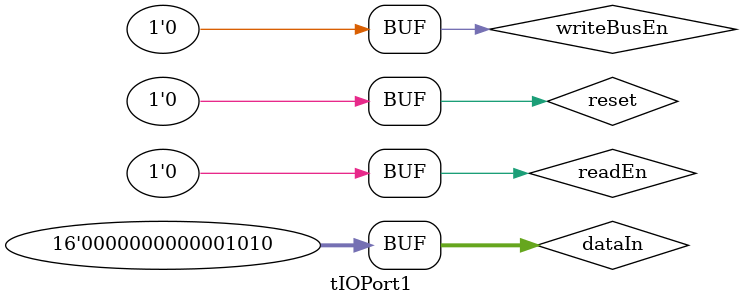
<source format=v>

module tIOPort1;
	wire [15:0] bus;
	reg [15:0] dataIn;
	reg reset, readEn, writeBusEn;
	
	IOPort1 ioport1(bus, writeBusEn, readEn, dataIn, reset);

	initial
	begin
		reset = 1;
		#5
		reset = 0;
		readEn = 1;
		dataIn = 16'd10;
		#5
		readEn = 0;
		writeBusEn = 1;
		#5
		writeBusEn = 0;
	end
	
endmodule
</source>
